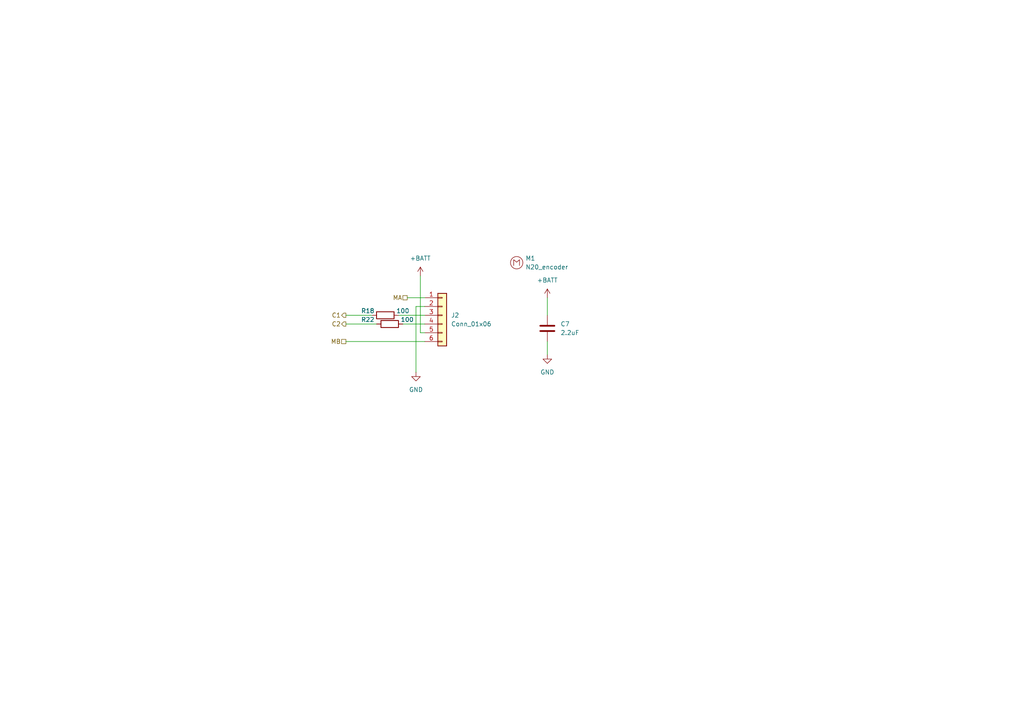
<source format=kicad_sch>
(kicad_sch (version 20230121) (generator eeschema)
  (paper "A4")
  (lib_symbols
    (symbol "Connector_Generic:Conn_01x06" (pin_names (offset 1.016) hide)
      (property "Reference" "J" (at 0 7.62 0))
      (property "Value" "Conn_01x06" (at 0 -10.16 0))
      (symbol "Conn_01x06_1_1"
        (rectangle (start -1.27 -7.493) (end 0 -7.747) (stroke (width 0.1524)))
        (rectangle (start -1.27 -4.953) (end 0 -5.207) (stroke (width 0.1524)))
        (rectangle (start -1.27 -2.413) (end 0 -2.667) (stroke (width 0.1524)))
        (rectangle (start -1.27 0.127) (end 0 -0.127) (stroke (width 0.1524)))
        (rectangle (start -1.27 2.667) (end 0 2.413) (stroke (width 0.1524)))
        (rectangle (start -1.27 5.207) (end 0 4.953) (stroke (width 0.1524)))
        (rectangle (start -1.27 6.35) (end 1.27 -8.89) (stroke (width 0.254)) (fill (type background)))
        (pin passive line (at -5.08 5.08 0) (length 3.81) (name "Pin_1") (number "1"))
        (pin passive line (at -5.08 2.54 0) (length 3.81) (name "Pin_2") (number "2"))
        (pin passive line (at -5.08 0 0) (length 3.81) (name "Pin_3") (number "3"))
        (pin passive line (at -5.08 -2.54 0) (length 3.81) (name "Pin_4") (number "4"))
        (pin passive line (at -5.08 -5.08 0) (length 3.81) (name "Pin_5") (number "5"))
        (pin passive line (at -5.08 -7.62 0) (length 3.81) (name "Pin_6") (number "6"))
      )
    )
    (symbol "Device:C" (pin_numbers hide) (pin_names (offset 0.254))
      (property "Reference" "C" (at 0.635 2.54 0))
      (property "Value" "C" (at 0.635 -2.54 0))
      (symbol "C_0_1"
        (polyline (pts (xy -2.032 -0.762) (xy 2.032 -0.762)) (stroke (width 0.508)))
        (polyline (pts (xy -2.032 0.762) (xy 2.032 0.762)) (stroke (width 0.508)))
      )
      (symbol "C_1_1"
        (pin passive line (at 0 3.81 270) (length 2.794) (name "~") (number "1"))
        (pin passive line (at 0 -3.81 90) (length 2.794) (name "~") (number "2"))
      )
    )
    (symbol "Device:R" (pin_numbers hide) (pin_names (offset 0))
      (property "Reference" "R" (at 2.032 0 90))
      (property "Value" "R" (at 0 0 90))
      (symbol "R_0_1"
        (rectangle (start -1.016 -2.54) (end 1.016 2.54) (stroke (width 0.254)))
      )
      (symbol "R_1_1"
        (pin passive line (at 0 3.81 270) (length 1.27) (name "~") (number "1"))
        (pin passive line (at 0 -3.81 90) (length 1.27) (name "~") (number "2"))
      )
    )
    (symbol "minimouse:N20_w_encoder"
      (property "Reference" "M" (at -8.89 1.27 0))
      (property "Value" "N20_encoder" (at 0 -2.54 0))
      (symbol "N20_w_encoder_0_1"
        (polyline (pts (xy -0.8636 -0.8128) (xy -0.8636 0.8636) (xy 0 0.1524) (xy 0.8128 0.8636) (xy 0.8128 -0.8128)))
        (circle (center 0 0) (radius 1.7961))
      )
    )
    (symbol "power:+BATT" (power) (pin_names (offset 0))
      (property "Value" "+BATT" (at 0 3.556 0))
      (symbol "+BATT_0_1"
        (polyline (pts (xy -0.762 1.27) (xy 0 2.54)))
        (polyline (pts (xy 0 0) (xy 0 2.54)))
        (polyline (pts (xy 0 2.54) (xy 0.762 1.27)))
      )
      (symbol "+BATT_1_1"
        (pin power_in line (at 0 0 90) (length 0) hide (name "+BATT") (number "1"))
      )
    )
    (symbol "power:GND" (power) (pin_names (offset 0))
      (property "Value" "GND" (at 0 -3.81 0))
      (symbol "GND_0_1"
        (polyline (pts (xy 0 0) (xy 0 -1.27) (xy 1.27 -1.27) (xy 0 -2.54) (xy -1.27 -1.27) (xy 0 -1.27)))
      )
      (symbol "GND_1_1"
        (pin power_in line (at 0 0 270) (length 0) hide (name "GND") (number "1"))
      )
    )
  )
  (wire (pts (xy 121.92 96.52) (xy 123.19 96.52)))
  (wire (pts (xy 100.33 93.98) (xy 109.22 93.98)))
  (wire (pts (xy 120.65 107.95) (xy 120.65 88.9)))
  (wire (pts (xy 100.33 99.06) (xy 123.19 99.06)))
  (wire (pts (xy 121.92 80.01) (xy 121.92 96.52)))
  (wire (pts (xy 100.33 91.44) (xy 107.95 91.44)))
  (wire (pts (xy 158.75 99.06) (xy 158.75 102.87)))
  (wire (pts (xy 116.84 93.98) (xy 123.19 93.98)))
  (wire (pts (xy 118.11 86.36) (xy 123.19 86.36)))
  (wire (pts (xy 115.57 91.44) (xy 123.19 91.44)))
  (wire (pts (xy 158.75 86.36) (xy 158.75 91.44)))
  (wire (pts (xy 120.65 88.9) (xy 123.19 88.9)))
  (hierarchical_label "C1" (shape output) (at 100.33 91.44 180))
  (hierarchical_label "C2" (shape output) (at 100.33 93.98 180))
  (hierarchical_label "MB" (shape passive) (at 100.33 99.06 180))
  (hierarchical_label "MA" (shape passive) (at 118.11 86.36 180))
  (symbol (lib_id "power:+BATT") (at 121.92 80.01 0) (unit 1)
    (property "Reference" "#PWR015" (effects hide))
    (property "Value" "+BATT" (at 121.92 74.93 0))
    (instances (project "minimouse" (path "" (reference "#PWR015") (unit 1)) (path "" (reference "#PWR016") (unit 1))))
  )
  (symbol (lib_id "power:+BATT") (at 158.75 86.36 0) (unit 1)
    (property "Reference" "#PWR020" (effects hide))
    (property "Value" "+BATT" (at 158.75 81.28 0))
    (instances (project "minimouse" (path "" (reference "#PWR020") (unit 1)) (path "" (reference "#PWR025") (unit 1))))
  )
  (symbol (lib_id "power:GND") (at 120.65 107.95 0) (unit 1)
    (property "Reference" "#PWR08" (effects hide))
    (property "Value" "GND" (at 120.65 113.03 0))
    (instances (project "minimouse" (path "" (reference "#PWR08") (unit 1)) (path "" (reference "#PWR09") (unit 1))))
  )
  (symbol (lib_id "Device:C") (at 158.75 95.25 0) (unit 1)
    (property "Reference" "C7" (at 162.56 93.98 0) (effects (justify left)))
    (property "Value" "2.2uF" (at 162.56 96.52 0) (effects (justify left)))
    (property "Footprint" "Capacitor_SMD:C_0603_1608Metric" (effects hide))
    (instances (project "minimouse" (path "" (reference "C7") (unit 1)) (path "" (reference "C12") (unit 1))))
  )
  (symbol (lib_id "minimouse:N20_w_encoder") (at 149.86 76.2 0) (unit 1)
    (property "Reference" "M1" (at 152.4 74.93 0) (effects (justify left)))
    (property "Value" "N20_encoder" (at 152.4 77.47 0) (effects (justify left)))
    (property "Footprint" "minimouse:N20_with_encoder" (effects hide))
    (instances (project "minimouse" (path "" (reference "M1") (unit 1)) (path "" (reference "M2") (unit 1))))
  )
  (symbol (lib_id "Device:R") (at 113.03 93.98 90) (unit 1)
    (property "Reference" "R22" (at 106.68 92.71 90))
    (property "Value" "100" (at 118.11 92.71 90))
    (property "Footprint" "Resistor_SMD:R_0603_1608Metric" (effects hide))
    (instances (project "minimouse" (path "" (reference "R22") (unit 1)) (path "" (reference "R23") (unit 1))))
  )
  (symbol (lib_id "Device:R") (at 111.76 91.44 90) (unit 1)
    (property "Reference" "R18" (at 106.68 90.17 90))
    (property "Value" "100" (at 116.84 90.17 90))
    (property "Footprint" "Resistor_SMD:R_0603_1608Metric" (effects hide))
    (instances (project "minimouse" (path "" (reference "R18") (unit 1)) (path "" (reference "R10") (unit 1))))
  )
  (symbol (lib_id "Connector_Generic:Conn_01x06") (at 128.27 91.44 0) (unit 1)
    (property "Reference" "J2" (at 130.81 91.44 0) (effects (justify left)))
    (property "Value" "Conn_01x06" (at 130.81 93.98 0) (effects (justify left)))
    (property "Footprint" "Connector_PinHeader_2.54mm:PinHeader_1x06_P2.54mm_Vertical" (effects hide))
    (instances (project "minimouse" (path "" (reference "J2") (unit 1)) (path "" (reference "J3") (unit 1))))
  )
  (symbol (lib_id "power:GND") (at 158.75 102.87 0) (unit 1)
    (property "Reference" "#PWR021" (effects hide))
    (property "Value" "GND" (at 158.75 107.95 0))
    (instances (project "minimouse" (path "" (reference "#PWR021") (unit 1)) (path "" (reference "#PWR027") (unit 1))))
  )
)
</source>
